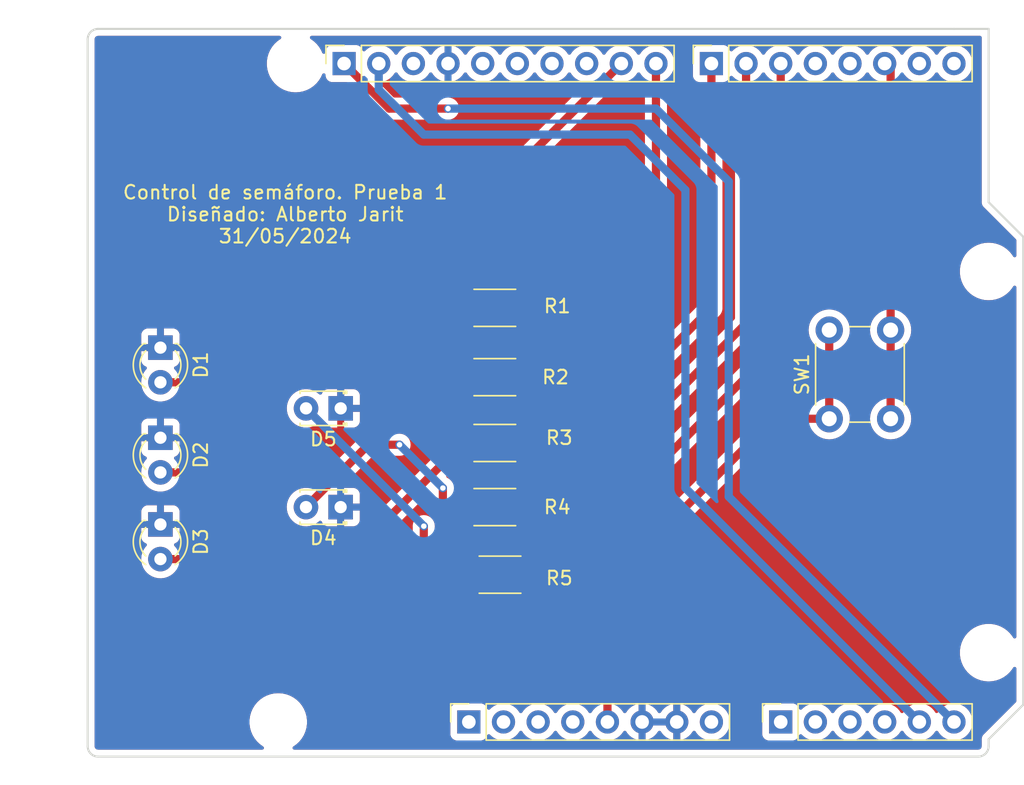
<source format=kicad_pcb>
(kicad_pcb (version 20211014) (generator pcbnew)
  (title_block (date "mar. 31 mars 2015"))
  (layers (0 "F.Cu" signal) (31 "B.Cu" signal) (34 "B.Paste" user) (35 "F.Paste" user) (36 "B.SilkS" user "B.Silkscreen") (37 "F.SilkS" user "F.Silkscreen") (38 "B.Mask" user) (39 "F.Mask" user) (44 "Edge.Cuts" user))
  (net 0 "")
  (net 1 "GND")
  (net 3 "+5V")
  (net 4 "/IOREF")
  (net 5 "/A0")
  (net 6 "/A1")
  (net 7 "/A2")
  (net 8 "/A3")
  (net 9 "/SDA{slash}A4")
  (net 10 "/SCL{slash}A5")
  (net 11 "/13")
  (net 12 "/12")
  (net 13 "/AREF")
  (net 14 "/8")
  (net 15 "/7")
  (net 16 "/*11")
  (net 17 "/*10")
  (net 18 "/*9")
  (net 19 "/4")
  (net 20 "/2")
  (net 21 "/*6")
  (net 22 "/*5")
  (net 23 "/TX{slash}1")
  (net 24 "/*3")
  (net 25 "/RX{slash}0")
  (net 26 "+3V3")
  (net 27 "VCC")
  (net 28 "/~{RESET}")
  (net 29 "Net-(D1-Pad2)")
  (net 30 "Net-(D2-Pad2)")
  (net 31 "Net-(D3-Pad2)")
  (net 32 "Net-(D4-Pad2)")
  (net 33 "Net-(D5-Pad2)")
  (footprint "Connector_PinSocket_2.54mm:PinSocket_1x08_P2.54mm_Vertical" (layer "F.Cu") (at 127.94 97.46 90)
    (fp_text reference "J1" hide)
    (fp_text value "Power")
    (fp_line (start -1.33 19.11) (end 1.33 19.11) (layer "F.SilkS") (width 0.12))
    (fp_line (start 1.33 1.27) (end 1.33 19.11) (layer "F.SilkS") (width 0.12))
    (fp_line (start -1.33 1.27) (end 1.33 1.27) (layer "F.SilkS") (width 0.12))
    (fp_line (start 0 -1.33) (end 1.33 -1.33) (layer "F.SilkS") (width 0.12))
    (fp_line (start 1.33 -1.33) (end 1.33 0) (layer "F.SilkS") (width 0.12))
    (fp_line (start -1.33 1.27) (end -1.33 19.11) (layer "F.SilkS") (width 0.12))
    (pad "1" thru_hole rect locked (at 0 0 90) (size 1.7 1.7) (drill 1) (layers *.Cu *.Mask))
    (pad "2" thru_hole oval locked (at 0 2.54 90) (size 1.7 1.7) (drill 1) (layers *.Cu *.Mask) (net 4 "/IOREF"))
    (pad "3" thru_hole oval locked (at 0 5.08 90) (size 1.7 1.7) (drill 1) (layers *.Cu *.Mask) (net 28 "/~{RESET}"))
    (pad "4" thru_hole oval locked (at 0 7.62 90) (size 1.7 1.7) (drill 1) (layers *.Cu *.Mask) (net 26 "+3V3"))
    (pad "5" thru_hole oval locked (at 0 10.16 90) (size 1.7 1.7) (drill 1) (layers *.Cu *.Mask) (net 3 "+5V"))
    (pad "6" thru_hole oval locked (at 0 12.7 90) (size 1.7 1.7) (drill 1) (layers *.Cu *.Mask) (net 1 "GND"))
    (pad "7" thru_hole oval locked (at 0 15.24 90) (size 1.7 1.7) (drill 1) (layers *.Cu *.Mask) (net 1 "GND"))
    (pad "8" thru_hole oval locked (at 0 17.78 90) (size 1.7 1.7) (drill 1) (layers *.Cu *.Mask) (net 27 "VCC"))
  )
  (footprint "Connector_PinSocket_2.54mm:PinSocket_1x06_P2.54mm_Vertical" (layer "F.Cu") (at 150.8 97.46 90)
    (fp_text reference "J3" hide)
    (fp_text value "Analog")
    (fp_line (start 1.33 1.27) (end 1.33 14.03) (layer "F.SilkS") (width 0.12))
    (fp_line (start 0 -1.33) (end 1.33 -1.33) (layer "F.SilkS") (width 0.12))
    (fp_line (start -1.33 1.27) (end 1.33 1.27) (layer "F.SilkS") (width 0.12))
    (fp_line (start -1.33 1.27) (end -1.33 14.03) (layer "F.SilkS") (width 0.12))
    (fp_line (start -1.33 14.03) (end 1.33 14.03) (layer "F.SilkS") (width 0.12))
    (fp_line (start 1.33 -1.33) (end 1.33 0) (layer "F.SilkS") (width 0.12))
    (pad "1" thru_hole rect locked (at 0 0 90) (size 1.7 1.7) (drill 1) (layers *.Cu *.Mask) (net 5 "/A0"))
    (pad "2" thru_hole oval locked (at 0 2.54 90) (size 1.7 1.7) (drill 1) (layers *.Cu *.Mask) (net 6 "/A1"))
    (pad "3" thru_hole oval locked (at 0 5.08 90) (size 1.7 1.7) (drill 1) (layers *.Cu *.Mask) (net 7 "/A2"))
    (pad "4" thru_hole oval locked (at 0 7.62 90) (size 1.7 1.7) (drill 1) (layers *.Cu *.Mask) (net 8 "/A3"))
    (pad "5" thru_hole oval locked (at 0 10.16 90) (size 1.7 1.7) (drill 1) (layers *.Cu *.Mask) (net 9 "/SDA{slash}A4"))
    (pad "6" thru_hole oval locked (at 0 12.7 90) (size 1.7 1.7) (drill 1) (layers *.Cu *.Mask) (net 10 "/SCL{slash}A5"))
  )
  (footprint "Connector_PinSocket_2.54mm:PinSocket_1x10_P2.54mm_Vertical" (layer "F.Cu") (at 118.796 49.2 90)
    (fp_text reference "J2" hide)
    (fp_text value "Digital/PWM")
    (fp_line (start -1.33 24.19) (end 1.33 24.19) (layer "F.SilkS") (width 0.12))
    (fp_line (start -1.33 1.27) (end -1.33 24.19) (layer "F.SilkS") (width 0.12))
    (fp_line (start 1.33 -1.33) (end 1.33 0) (layer "F.SilkS") (width 0.12))
    (fp_line (start 0 -1.33) (end 1.33 -1.33) (layer "F.SilkS") (width 0.12))
    (fp_line (start 1.33 1.27) (end 1.33 24.19) (layer "F.SilkS") (width 0.12))
    (fp_line (start -1.33 1.27) (end 1.33 1.27) (layer "F.SilkS") (width 0.12))
    (pad "1" thru_hole rect locked (at 0 0 90) (size 1.7 1.7) (drill 1) (layers *.Cu *.Mask) (net 10 "/SCL{slash}A5"))
    (pad "2" thru_hole oval locked (at 0 2.54 90) (size 1.7 1.7) (drill 1) (layers *.Cu *.Mask) (net 9 "/SDA{slash}A4"))
    (pad "3" thru_hole oval locked (at 0 5.08 90) (size 1.7 1.7) (drill 1) (layers *.Cu *.Mask) (net 13 "/AREF"))
    (pad "4" thru_hole oval locked (at 0 7.62 90) (size 1.7 1.7) (drill 1) (layers *.Cu *.Mask) (net 1 "GND"))
    (pad "5" thru_hole oval locked (at 0 10.16 90) (size 1.7 1.7) (drill 1) (layers *.Cu *.Mask) (net 11 "/13"))
    (pad "6" thru_hole oval locked (at 0 12.7 90) (size 1.7 1.7) (drill 1) (layers *.Cu *.Mask) (net 12 "/12"))
    (pad "7" thru_hole oval locked (at 0 15.24 90) (size 1.7 1.7) (drill 1) (layers *.Cu *.Mask) (net 16 "/*11"))
    (pad "8" thru_hole oval locked (at 0 17.78 90) (size 1.7 1.7) (drill 1) (layers *.Cu *.Mask) (net 17 "/*10"))
    (pad "9" thru_hole oval locked (at 0 20.32 90) (size 1.7 1.7) (drill 1) (layers *.Cu *.Mask) (net 18 "/*9"))
    (pad "10" thru_hole oval locked (at 0 22.86 90) (size 1.7 1.7) (drill 1) (layers *.Cu *.Mask) (net 14 "/8"))
  )
  (footprint "Connector_PinSocket_2.54mm:PinSocket_1x08_P2.54mm_Vertical" (layer "F.Cu") (at 145.72 49.2 90)
    (fp_text reference "J4" hide)
    (fp_text value "Digital/PWM")
    (fp_line (start -1.33 19.11) (end 1.33 19.11) (layer "F.SilkS") (width 0.12))
    (fp_line (start -1.33 1.27) (end -1.33 19.11) (layer "F.SilkS") (width 0.12))
    (fp_line (start 0 -1.33) (end 1.33 -1.33) (layer "F.SilkS") (width 0.12))
    (fp_line (start -1.33 1.27) (end 1.33 1.27) (layer "F.SilkS") (width 0.12))
    (fp_line (start 1.33 -1.33) (end 1.33 0) (layer "F.SilkS") (width 0.12))
    (fp_line (start 1.33 1.27) (end 1.33 19.11) (layer "F.SilkS") (width 0.12))
    (pad "1" thru_hole rect locked (at 0 0 90) (size 1.7 1.7) (drill 1) (layers *.Cu *.Mask) (net 15 "/7"))
    (pad "2" thru_hole oval locked (at 0 2.54 90) (size 1.7 1.7) (drill 1) (layers *.Cu *.Mask) (net 21 "/*6"))
    (pad "3" thru_hole oval locked (at 0 5.08 90) (size 1.7 1.7) (drill 1) (layers *.Cu *.Mask) (net 22 "/*5"))
    (pad "4" thru_hole oval locked (at 0 7.62 90) (size 1.7 1.7) (drill 1) (layers *.Cu *.Mask) (net 19 "/4"))
    (pad "5" thru_hole oval locked (at 0 10.16 90) (size 1.7 1.7) (drill 1) (layers *.Cu *.Mask) (net 24 "/*3"))
    (pad "6" thru_hole oval locked (at 0 12.7 90) (size 1.7 1.7) (drill 1) (layers *.Cu *.Mask) (net 20 "/2"))
    (pad "7" thru_hole oval locked (at 0 15.24 90) (size 1.7 1.7) (drill 1) (layers *.Cu *.Mask) (net 23 "/TX{slash}1"))
    (pad "8" thru_hole oval locked (at 0 17.78 90) (size 1.7 1.7) (drill 1) (layers *.Cu *.Mask) (net 25 "/RX{slash}0"))
  )
  (footprint "Resistor_SMD:R_2010_5025Metric" (layer "F.Cu") (at 129.845 81.712 180)
    (fp_text reference "R4" (at -4.572 0) (layer "F.SilkS"))
    (fp_text value "R")
    (fp_line (start -1.527064 -1.36) (end 1.527064 -1.36) (layer "F.SilkS") (width 0.12))
    (fp_line (start -1.527064 1.36) (end 1.527064 1.36) (layer "F.SilkS") (width 0.12))
    (pad "1" smd roundrect (at -2.3125 0 180) (size 1.225 2.65) (layers "F.Cu" "F.Paste" "F.Mask") (roundrect_rratio 0.204082) (net 21 "/*6"))
    (pad "2" smd roundrect (at 2.3125 0 180) (size 1.225 2.65) (layers "F.Cu" "F.Paste" "F.Mask") (roundrect_rratio 0.204082) (net 32 "Net-(D4-Pad2)"))
  )
  (footprint "Button_Switch_THT:SW_PUSH_6mm" (layer "F.Cu") (at 154.356 75.235 90)
    (fp_text reference "SW1" (at 3.25 -2 90) (layer "F.SilkS"))
    (fp_text value "SW_Push")
    (fp_line (start -0.25 1.5) (end -0.25 3) (layer "F.SilkS") (width 0.12))
    (fp_line (start 5.5 -1) (end 1 -1) (layer "F.SilkS") (width 0.12))
    (fp_line (start 6.75 3) (end 6.75 1.5) (layer "F.SilkS") (width 0.12))
    (fp_line (start 1 5.5) (end 5.5 5.5) (layer "F.SilkS") (width 0.12))
    (pad "1" thru_hole circle (at 0 0 180) (size 2 2) (drill 1.1) (layers *.Cu *.Mask) (net 3 "+5V"))
    (pad "1" thru_hole circle (at 6.5 0 180) (size 2 2) (drill 1.1) (layers *.Cu *.Mask) (net 3 "+5V"))
    (pad "2" thru_hole circle (at 0 4.5 180) (size 2 2) (drill 1.1) (layers *.Cu *.Mask) (net 20 "/2"))
    (pad "2" thru_hole circle (at 6.5 4.5 180) (size 2 2) (drill 1.1) (layers *.Cu *.Mask) (net 20 "/2"))
  )
  (footprint "Resistor_SMD:R_2010_5025Metric" (layer "F.Cu") (at 129.845 67.107 180)
    (fp_text reference "R1" (at -4.572 0.127) (layer "F.SilkS"))
    (fp_text value "R")
    (fp_line (start -1.527064 1.36) (end 1.527064 1.36) (layer "F.SilkS") (width 0.12))
    (fp_line (start -1.527064 -1.36) (end 1.527064 -1.36) (layer "F.SilkS") (width 0.12))
    (pad "1" smd roundrect (at -2.3125 0 180) (size 1.225 2.65) (layers "F.Cu" "F.Paste" "F.Mask") (roundrect_rratio 0.204082) (net 18 "/*9"))
    (pad "2" smd roundrect (at 2.3125 0 180) (size 1.225 2.65) (layers "F.Cu" "F.Paste" "F.Mask") (roundrect_rratio 0.204082) (net 29 "Net-(D1-Pad2)"))
  )
  (footprint "LED_THT:LED_D3.0mm" (layer "F.Cu") (at 105.334 76.627 -90)
    (fp_text reference "D2" (at 1.27 -2.96 90) (layer "F.SilkS"))
    (fp_text value "LED")
    (fp_line (start -0.29 1.08) (end -0.29 1.236) (layer "F.SilkS") (width 0.12))
    (fp_line (start -0.29 -1.236) (end -0.29 -1.08) (layer "F.SilkS") (width 0.12))
    (fp_arc (start 2.31113 1.079837) (mid 1.270117 1.5) (end 0.229039 1.08) (layer "F.SilkS") (width 0.12))
    (fp_arc (start 0.229039 -1.08) (mid 1.270117 -1.5) (end 2.31113 -1.079837) (layer "F.SilkS") (width 0.12))
    (fp_arc (start -0.29 -1.235516) (mid 1.366487 -1.987659) (end 2.942335 -1.078608) (layer "F.SilkS") (width 0.12))
    (fp_arc (start 2.942335 1.078608) (mid 1.366487 1.987659) (end -0.29 1.235516) (layer "F.SilkS") (width 0.12))
    (pad "1" thru_hole rect (at 0 0 270) (size 1.8 1.8) (drill 0.9) (layers *.Cu *.Mask) (net 1 "GND"))
    (pad "2" thru_hole circle (at 2.54 0 270) (size 1.8 1.8) (drill 0.9) (layers *.Cu *.Mask) (net 30 "Net-(D2-Pad2)"))
  )
  (footprint "Resistor_SMD:R_2010_5025Metric" (layer "F.Cu") (at 129.845 77.013 180)
    (fp_text reference "R3" (at -4.722 0.381) (layer "F.SilkS"))
    (fp_text value "R")
    (fp_line (start -1.527064 -1.36) (end 1.527064 -1.36) (layer "F.SilkS") (width 0.12))
    (fp_line (start -1.527064 1.36) (end 1.527064 1.36) (layer "F.SilkS") (width 0.12))
    (pad "1" smd roundrect (at -2.3125 0 180) (size 1.225 2.65) (layers "F.Cu" "F.Paste" "F.Mask") (roundrect_rratio 0.204082) (net 15 "/7"))
    (pad "2" smd roundrect (at 2.3125 0 180) (size 1.225 2.65) (layers "F.Cu" "F.Paste" "F.Mask") (roundrect_rratio 0.204082) (net 31 "Net-(D3-Pad2)"))
  )
  (footprint "Arduino_MountingHole:MountingHole_3.2mm" (layer "F.Cu") (at 115.24 49.2)
    (fp_text reference "MH1" hide)
    (fp_text value "MountingHole_3.2mm" hide)
    (pad "" np_thru_hole circle locked (at 0 0) (size 3.2 3.2) (drill 3.2) (layers *.Cu *.Mask))
  )
  (footprint "LED_THT:LED_D3.0mm" (layer "F.Cu") (at 105.334 82.982 -90)
    (fp_text reference "D3" (at 1.27 -2.96 90) (layer "F.SilkS"))
    (fp_text value "LED")
    (fp_line (start -0.29 1.08) (end -0.29 1.236) (layer "F.SilkS") (width 0.12))
    (fp_line (start -0.29 -1.236) (end -0.29 -1.08) (layer "F.SilkS") (width 0.12))
    (fp_arc (start 2.31113 1.079837) (mid 1.270117 1.5) (end 0.229039 1.08) (layer "F.SilkS") (width 0.12))
    (fp_arc (start 2.942335 1.078608) (mid 1.366487 1.987659) (end -0.29 1.235516) (layer "F.SilkS") (width 0.12))
    (fp_arc (start -0.29 -1.235516) (mid 1.366487 -1.987659) (end 2.942335 -1.078608) (layer "F.SilkS") (width 0.12))
    (fp_arc (start 0.229039 -1.08) (mid 1.270117 -1.5) (end 2.31113 -1.079837) (layer "F.SilkS") (width 0.12))
    (pad "1" thru_hole rect (at 0 0 270) (size 1.8 1.8) (drill 0.9) (layers *.Cu *.Mask) (net 1 "GND"))
    (pad "2" thru_hole circle (at 2.54 0 270) (size 1.8 1.8) (drill 0.9) (layers *.Cu *.Mask) (net 31 "Net-(D3-Pad2)"))
  )
  (footprint "Resistor_SMD:R_2010_5025Metric" (layer "F.Cu") (at 129.845 72.187 180)
    (fp_text reference "R2" (at -4.445 0) (layer "F.SilkS"))
    (fp_text value "R")
    (fp_line (start -1.527064 1.36) (end 1.527064 1.36) (layer "F.SilkS") (width 0.12))
    (fp_line (start -1.527064 -1.36) (end 1.527064 -1.36) (layer "F.SilkS") (width 0.12))
    (pad "1" smd roundrect (at -2.3125 0 180) (size 1.225 2.65) (layers "F.Cu" "F.Paste" "F.Mask") (roundrect_rratio 0.204082) (net 14 "/8"))
    (pad "2" smd roundrect (at 2.3125 0 180) (size 1.225 2.65) (layers "F.Cu" "F.Paste" "F.Mask") (roundrect_rratio 0.204082) (net 30 "Net-(D2-Pad2)"))
  )
  (footprint "Resistor_SMD:R_2010_5025Metric" (layer "F.Cu") (at 130.226 86.665 180)
    (fp_text reference "R5" (at -4.3445 -0.254) (layer "F.SilkS"))
    (fp_text value "R")
    (fp_line (start -1.527064 -1.36) (end 1.527064 -1.36) (layer "F.SilkS") (width 0.12))
    (fp_line (start -1.527064 1.36) (end 1.527064 1.36) (layer "F.SilkS") (width 0.12))
    (pad "1" smd roundrect (at -2.3125 0 180) (size 1.225 2.65) (layers "F.Cu" "F.Paste" "F.Mask") (roundrect_rratio 0.204082) (net 22 "/*5"))
    (pad "2" smd roundrect (at 2.3125 0 180) (size 1.225 2.65) (layers "F.Cu" "F.Paste" "F.Mask") (roundrect_rratio 0.204082) (net 33 "Net-(D5-Pad2)"))
  )
  (footprint "LED_THT:LED_D3.0mm" (layer "F.Cu") (at 105.334 70.023 -90)
    (fp_text reference "D1" (at 1.27 -2.96 90) (layer "F.SilkS"))
    (fp_text value "LED")
    (fp_line (start -0.29 -1.236) (end -0.29 -1.08) (layer "F.SilkS") (width 0.12))
    (fp_line (start -0.29 1.08) (end -0.29 1.236) (layer "F.SilkS") (width 0.12))
    (fp_arc (start 0.229039 -1.08) (mid 1.270117 -1.5) (end 2.31113 -1.079837) (layer "F.SilkS") (width 0.12))
    (fp_arc (start 2.31113 1.079837) (mid 1.270117 1.5) (end 0.229039 1.08) (layer "F.SilkS") (width 0.12))
    (fp_arc (start -0.29 -1.235516) (mid 1.366487 -1.987659) (end 2.942335 -1.078608) (layer "F.SilkS") (width 0.12))
    (fp_arc (start 2.942335 1.078608) (mid 1.366487 1.987659) (end -0.29 1.235516) (layer "F.SilkS") (width 0.12))
    (pad "1" thru_hole rect (at 0 0 270) (size 1.8 1.8) (drill 0.9) (layers *.Cu *.Mask) (net 1 "GND"))
    (pad "2" thru_hole circle (at 2.54 0 270) (size 1.8 1.8) (drill 0.9) (layers *.Cu *.Mask) (net 29 "Net-(D1-Pad2)"))
  )
  (footprint "Arduino_MountingHole:MountingHole_3.2mm" (layer "F.Cu") (at 113.97 97.46)
    (fp_text reference "MH2" hide)
    (fp_text value "MountingHole_3.2mm" hide)
    (pad "" np_thru_hole circle locked (at 0 0) (size 3.2 3.2) (drill 3.2) (layers *.Cu *.Mask))
  )
  (footprint "Arduino_MountingHole:MountingHole_3.2mm" (layer "F.Cu") (at 166.04 64.44)
    (fp_text reference "MH3" hide)
    (fp_text value "MountingHole_3.2mm" hide)
    (pad "" np_thru_hole circle locked (at 0 0) (size 3.2 3.2) (drill 3.2) (layers *.Cu *.Mask))
  )
  (footprint "Arduino_MountingHole:MountingHole_3.2mm" (layer "F.Cu") (at 166.04 92.38)
    (fp_text reference "MH4" hide)
    (fp_text value "MountingHole_3.2mm" hide)
    (pad "" np_thru_hole circle locked (at 0 0) (size 3.2 3.2) (drill 3.2) (layers *.Cu *.Mask))
  )
  (footprint "LED_THT:LED_D1.8mm_W3.3mm_H2.4mm" (layer "F.Cu") (at 118.542 81.712 180)
    (fp_text reference "D4" (at 1.27 -2.26) (layer "F.SilkS"))
    (fp_text value "LED")
    (fp_line (start 2.98 -1.26) (end 2.98 -1.095) (layer "F.SilkS") (width 0.12))
    (fp_line (start 2.98 1.095) (end 2.98 1.26) (layer "F.SilkS") (width 0.12))
    (fp_line (start -0.44 -1.26) (end 2.98 -1.26) (layer "F.SilkS") (width 0.12))
    (fp_line (start -0.32 -1.26) (end -0.32 -1.08) (layer "F.SilkS") (width 0.12))
    (fp_line (start -0.44 1.08) (end -0.44 1.26) (layer "F.SilkS") (width 0.12))
    (fp_line (start -0.2 1.08) (end -0.2 1.26) (layer "F.SilkS") (width 0.12))
    (fp_line (start -0.44 -1.26) (end -0.44 -1.08) (layer "F.SilkS") (width 0.12))
    (fp_line (start -0.2 -1.26) (end -0.2 -1.08) (layer "F.SilkS") (width 0.12))
    (fp_line (start -0.44 1.26) (end 2.98 1.26) (layer "F.SilkS") (width 0.12))
    (fp_line (start -0.32 1.08) (end -0.32 1.26) (layer "F.SilkS") (width 0.12))
    (pad "1" thru_hole rect (at 0 0 180) (size 1.8 1.8) (drill 0.9) (layers *.Cu *.Mask) (net 1 "GND"))
    (pad "2" thru_hole circle (at 2.54 0 180) (size 1.8 1.8) (drill 0.9) (layers *.Cu *.Mask) (net 32 "Net-(D4-Pad2)"))
  )
  (footprint "LED_THT:LED_D1.8mm_W3.3mm_H2.4mm" (layer "F.Cu") (at 118.547 74.473 180)
    (fp_text reference "D5" (at 1.27 -2.26) (layer "F.SilkS"))
    (fp_text value "LED")
    (fp_line (start -0.2 1.08) (end -0.2 1.26) (layer "F.SilkS") (width 0.12))
    (fp_line (start -0.2 -1.26) (end -0.2 -1.08) (layer "F.SilkS") (width 0.12))
    (fp_line (start -0.32 1.08) (end -0.32 1.26) (layer "F.SilkS") (width 0.12))
    (fp_line (start -0.32 -1.26) (end -0.32 -1.08) (layer "F.SilkS") (width 0.12))
    (fp_line (start -0.44 1.26) (end 2.98 1.26) (layer "F.SilkS") (width 0.12))
    (fp_line (start 2.98 -1.26) (end 2.98 -1.095) (layer "F.SilkS") (width 0.12))
    (fp_line (start 2.98 1.095) (end 2.98 1.26) (layer "F.SilkS") (width 0.12))
    (fp_line (start -0.44 -1.26) (end 2.98 -1.26) (layer "F.SilkS") (width 0.12))
    (fp_line (start -0.44 1.08) (end -0.44 1.26) (layer "F.SilkS") (width 0.12))
    (fp_line (start -0.44 -1.26) (end -0.44 -1.08) (layer "F.SilkS") (width 0.12))
    (pad "1" thru_hole rect (at 0 0 180) (size 1.8 1.8) (drill 0.9) (layers *.Cu *.Mask) (net 1 "GND"))
    (pad "2" thru_hole circle (at 2.54 0 180) (size 1.8 1.8) (drill 0.9) (layers *.Cu *.Mask) (net 33 "Net-(D5-Pad2)"))
  )
  (gr_line (start 163.5 46.66) (end 166.04 46.66) (layer "Edge.Cuts") (width 0.15))
  (gr_line (start 166.04 59.36) (end 168.58 61.9) (layer "Edge.Cuts") (width 0.15))
  (gr_line (start 100 99.238) (end 100 47.422) (layer "Edge.Cuts") (width 0.15))
  (gr_line (start 168.58 61.9) (end 168.58 96.19) (layer "Edge.Cuts") (width 0.15))
  (gr_line (start 165.278 100) (end 100.762 100) (layer "Edge.Cuts") (width 0.15))
  (gr_line (start 100.762 46.66) (end 163.5 46.66) (layer "Edge.Cuts") (width 0.15))
  (gr_arc (start 100.762 100) (mid 100.223185 99.776815) (end 100 99.238) (layer "Edge.Cuts") (width 0.15))
  (gr_line (start 168.58 96.19) (end 166.04 98.73) (layer "Edge.Cuts") (width 0.15))
  (gr_line (start 166.04 46.66) (end 166.04 49.2) (layer "Edge.Cuts") (width 0.15))
  (gr_arc (start 166.04 99.238) (mid 165.816815 99.776815) (end 165.278 100) (layer "Edge.Cuts") (width 0.15))
  (gr_line (start 166.04 49.2) (end 166.04 59.36) (layer "Edge.Cuts") (width 0.15))
  (gr_line (start 166.04 98.73) (end 166.04 99.238) (layer "Edge.Cuts") (width 0.15))
  (gr_arc (start 100 47.422) (mid 100.223185 46.883185) (end 100.762 46.66) (layer "Edge.Cuts") (width 0.15))
  (gr_text "Control de semáforo. Prueba 1\nDiseñado: Alberto Jarit\n31/05/2024" (at 114.478 60.249) (layer "F.SilkS") (effects (font (size 1 1))))
  (segment (start 138.1 87.427) (end 150.292 75.235) (width 0.6) (layer "F.Cu") (net 3))
  (segment (start 150.292 75.235) (end 154.356 75.235) (width 0.6) (layer "F.Cu") (net 3))
  (segment (start 138.1 97.46) (end 138.1 87.427) (width 0.6) (layer "F.Cu") (net 3))
  (segment (start 154.356 68.735) (end 154.356 75.235) (width 0.6) (layer "F.Cu") (net 3))
  (segment (start 139.751 54.407) (end 124.638 54.407) (width 0.6) (layer "B.Cu") (net 9))
  (segment (start 160.96 97.46) (end 143.815 80.315) (width 0.6) (layer "B.Cu") (net 9))
  (segment (start 124.638 54.407) (end 121.336 51.105) (width 0.6) (layer "B.Cu") (net 9))
  (segment (start 143.815 80.315) (end 143.815 58.471) (width 0.6) (layer "B.Cu") (net 9))
  (segment (start 121.336 51.105) (end 121.336 49.2) (width 0.6) (layer "B.Cu") (net 9))
  (segment (start 143.815 58.471) (end 139.751 54.407) (width 0.6) (layer "B.Cu") (net 9))
  (segment (start 122.098 52.502) (end 118.796 49.2) (width 0.6) (layer "F.Cu") (net 10))
  (segment (start 126.416 52.502) (end 122.098 52.502) (width 0.6) (layer "F.Cu") (net 10))
  (via (at 126.416 52.502) (size 0.6) (drill 0.4) (layers "F.Cu" "B.Cu") (net 10))
  (segment (start 141.656 52.502) (end 126.416 52.502) (width 0.6) (layer "B.Cu") (net 10))
  (segment (start 163.5 97.46) (end 146.99 80.95) (width 0.6) (layer "B.Cu") (net 10))
  (segment (start 146.99 57.836) (end 141.656 52.502) (width 0.6) (layer "B.Cu") (net 10))
  (segment (start 146.99 80.95) (end 146.99 57.836) (width 0.6) (layer "B.Cu") (net 10))
  (segment (start 132.1575 72.187) (end 134.036 72.187) (width 0.6) (layer "F.Cu") (net 14))
  (segment (start 141.656 64.567) (end 141.656 49.2) (width 0.6) (layer "F.Cu") (net 14))
  (segment (start 134.036 72.187) (end 141.656 64.567) (width 0.6) (layer "F.Cu") (net 14))
  (segment (start 145.72 67.107) (end 145.72 49.2) (width 0.6) (layer "F.Cu") (net 15))
  (segment (start 135.814 77.013) (end 145.72 67.107) (width 0.6) (layer "F.Cu") (net 15))
  (segment (start 132.1575 77.013) (end 135.814 77.013) (width 0.6) (layer "F.Cu") (net 15))
  (segment (start 132.1575 67.107) (end 132.1575 56.1585) (width 0.6) (layer "F.Cu") (net 18))
  (segment (start 132.1575 56.1585) (end 139.116 49.2) (width 0.6) (layer "F.Cu") (net 18))
  (segment (start 158.856 49.636) (end 158.42 49.2) (width 0.6) (layer "F.Cu") (net 20))
  (segment (start 158.856 68.735) (end 158.856 75.235) (width 0.6) (layer "F.Cu") (net 20))
  (segment (start 158.856 68.735) (end 158.856 49.636) (width 0.6) (layer "F.Cu") (net 20))
  (segment (start 132.1575 81.712) (end 134.798 81.712) (width 0.6) (layer "F.Cu") (net 21))
  (segment (start 134.798 81.712) (end 148.26 68.25) (width 0.6) (layer "F.Cu") (net 21))
  (segment (start 148.26 68.25) (end 148.26 49.2) (width 0.6) (layer "F.Cu") (net 21))
  (segment (start 133.782 86.665) (end 150.8 69.647) (width 0.6) (layer "F.Cu") (net 22))
  (segment (start 132.5385 86.665) (end 133.782 86.665) (width 0.6) (layer "F.Cu") (net 22))
  (segment (start 150.8 69.647) (end 150.8 49.2) (width 0.6) (layer "F.Cu") (net 22))
  (segment (start 115.621 67.107) (end 110.16 72.568) (width 0.6) (layer "F.Cu") (net 29))
  (segment (start 110.16 72.568) (end 110.155 72.563) (width 0.6) (layer "F.Cu") (net 29))
  (segment (start 110.155 72.563) (end 105.334 72.563) (width 0.6) (layer "F.Cu") (net 29))
  (segment (start 127.5325 67.107) (end 115.621 67.107) (width 0.6) (layer "F.Cu") (net 29))
  (segment (start 112.827 72.441) (end 115.367 69.901) (width 0.6) (layer "F.Cu") (net 30))
  (segment (start 112.827 77.902) (end 112.827 72.441) (width 0.6) (layer "F.Cu") (net 30))
  (segment (start 111.562 79.167) (end 112.827 77.902) (width 0.6) (layer "F.Cu") (net 30))
  (segment (start 125.2465 69.901) (end 127.5325 72.187) (width 0.6) (layer "F.Cu") (net 30))
  (segment (start 115.367 69.901) (end 125.2465 69.901) (width 0.6) (layer "F.Cu") (net 30))
  (segment (start 105.334 79.167) (end 111.562 79.167) (width 0.6) (layer "F.Cu") (net 30))
  (segment (start 105.334 85.522) (end 119.0235 85.522) (width 0.6) (layer "F.Cu") (net 31))
  (segment (start 119.0235 85.522) (end 127.5325 77.013) (width 0.6) (layer "F.Cu") (net 31))
  (segment (start 116.002 81.712) (end 120.574 77.14) (width 0.6) (layer "F.Cu") (net 32))
  (segment (start 120.574 77.14) (end 122.86 77.14) (width 0.6) (layer "F.Cu") (net 32))
  (segment (start 126.035 80.315) (end 126.035 81.458) (width 0.6) (layer "F.Cu") (net 32))
  (segment (start 126.035 81.458) (end 126.289 81.712) (width 0.6) (layer "F.Cu") (net 32))
  (segment (start 126.289 81.712) (end 127.5325 81.712) (width 0.6) (layer "F.Cu") (net 32))
  (via (at 126.035 80.315) (size 0.6) (drill 0.4) (layers "F.Cu" "B.Cu") (net 32))
  (via (at 122.86 77.14) (size 0.6) (drill 0.4) (layers "F.Cu" "B.Cu") (net 32))
  (segment (start 122.86 77.14) (end 126.035 80.315) (width 0.6) (layer "B.Cu") (net 32))
  (segment (start 126.289 86.665) (end 127.9135 86.665) (width 0.6) (layer "F.Cu") (net 33))
  (segment (start 124.638 85.014) (end 126.289 86.665) (width 0.6) (layer "F.Cu") (net 33))
  (segment (start 124.638 83.109) (end 124.638 85.014) (width 0.6) (layer "F.Cu") (net 33))
  (via (at 124.638 83.109) (size 0.6) (drill 0.4) (layers "F.Cu" "B.Cu") (net 33))
  (segment (start 116.007 74.473) (end 117.407 75.873) (width 0.6) (layer "B.Cu") (net 33))
  (segment (start 117.407 75.873) (end 117.407 75.878) (width 0.6) (layer "B.Cu") (net 33))
  (segment (start 117.407 75.878) (end 124.638 83.109) (width 0.6) (layer "B.Cu") (net 33))
  (zone (net 1) (net_name "GND") (layer "F.Cu") (connect_pads (clearance 0.508)) (min_thickness 0.254) (fill yes (thermal_gap 0.508) (thermal_bridge_width 0.508))
    (polygon (pts (xy 166.04 49.2) (xy 166.04 59.36) (xy 168.58 61.9) (xy 168.58 96.19) (xy 166.04 98.73) (xy 166.04 99.492) (xy 165.659 99.873) (xy 165.405 100) (xy 100.635 100) (xy 100.254 99.746) (xy 100 99.365) (xy 100 47.295) (xy 100.127 47.041) (xy 100.381 46.787) (xy 100.635 46.66) (xy 166.04 46.66)))
  )
  (zone (net 1) (net_name "GND") (layer "B.Cu") (connect_pads (clearance 0.508)) (min_thickness 0.254) (fill yes (thermal_gap 0.508) (thermal_bridge_width 0.508))
    (polygon (pts (xy 166.04 49.2) (xy 166.04 59.36) (xy 168.58 61.9) (xy 168.58 96.19) (xy 166.04 98.73) (xy 166.04 99.365) (xy 165.913 99.619) (xy 165.659 99.873) (xy 165.278 100) (xy 100.762 100) (xy 100.254 99.873) (xy 100 99.238) (xy 100 47.422) (xy 100.127 46.914) (xy 100.762 46.66) (xy 166.04 46.66)))
  )
)
</source>
